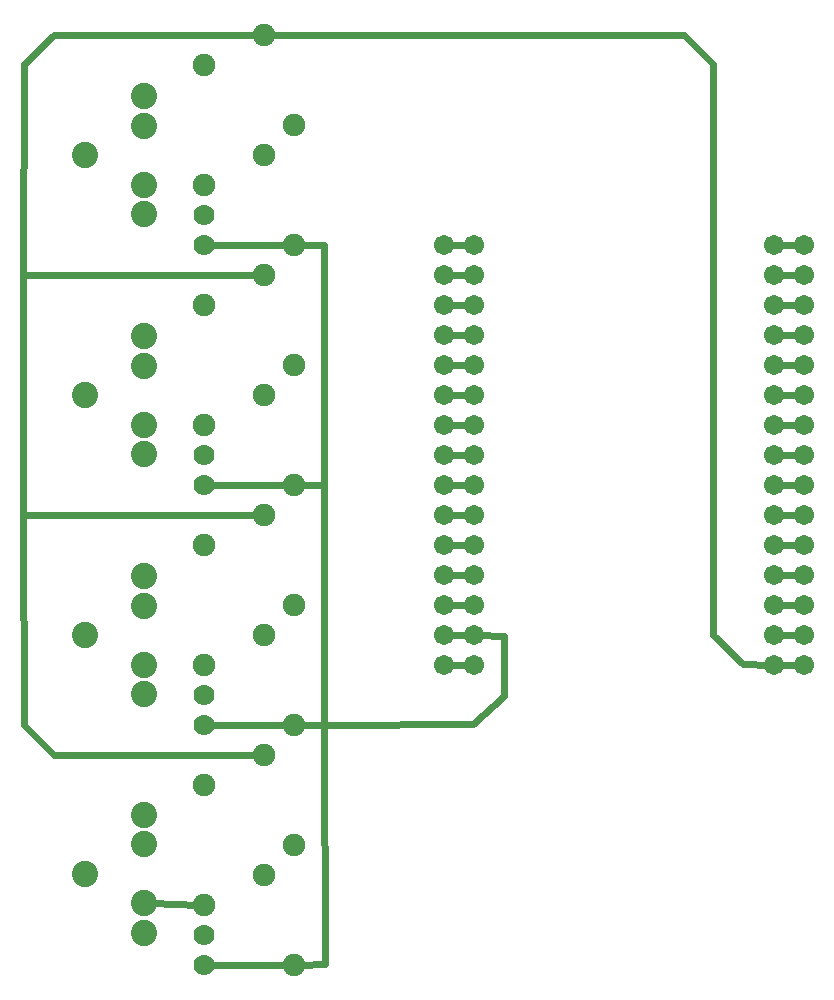
<source format=gtl>
G04 MADE WITH FRITZING*
G04 WWW.FRITZING.ORG*
G04 DOUBLE SIDED*
G04 HOLES PLATED*
G04 CONTOUR ON CENTER OF CONTOUR VECTOR*
%ASAXBY*%
%FSLAX23Y23*%
%MOIN*%
%OFA0B0*%
%SFA1.0B1.0*%
%ADD10C,0.087695*%
%ADD11C,0.087722*%
%ADD12C,0.070000*%
%ADD13C,0.075000*%
%ADD14C,0.067559*%
%ADD15C,0.024000*%
%LNCOPPER1*%
G90*
G70*
G54D10*
X337Y2014D03*
G54D11*
X534Y2211D03*
X534Y2112D03*
G54D10*
X534Y1915D03*
G54D11*
X534Y1817D03*
G54D10*
X337Y1214D03*
G54D11*
X534Y1411D03*
X534Y1312D03*
G54D10*
X534Y1115D03*
G54D11*
X534Y1017D03*
G54D10*
X337Y2814D03*
G54D11*
X534Y3011D03*
X534Y2912D03*
G54D10*
X534Y2715D03*
G54D11*
X534Y2617D03*
G54D12*
X734Y1715D03*
X734Y1815D03*
X734Y915D03*
X734Y1015D03*
X734Y2515D03*
X734Y2615D03*
G54D13*
X734Y2315D03*
X734Y1915D03*
X734Y1515D03*
X734Y1115D03*
X734Y3115D03*
X734Y2715D03*
X934Y2415D03*
X934Y2015D03*
X934Y1615D03*
X934Y1215D03*
X934Y3215D03*
X934Y2815D03*
X1034Y1715D03*
X1034Y2115D03*
X1034Y915D03*
X1034Y1315D03*
X1034Y2515D03*
X1034Y2915D03*
G54D14*
X2634Y2515D03*
X2634Y2415D03*
X2634Y2315D03*
X2634Y2215D03*
X2634Y2115D03*
X2634Y2015D03*
X2634Y1915D03*
X2634Y1815D03*
X2634Y1715D03*
X2634Y1615D03*
X2634Y1515D03*
X2634Y1415D03*
X2634Y1315D03*
X2634Y1215D03*
X2634Y1115D03*
X1634Y2515D03*
X1634Y2415D03*
X1634Y2315D03*
X1634Y2215D03*
X1634Y2115D03*
X1634Y2015D03*
X1634Y1915D03*
X1634Y1815D03*
X1634Y1715D03*
X1634Y1615D03*
X1634Y1515D03*
X1634Y1415D03*
X1634Y1315D03*
X1634Y1215D03*
X1634Y1115D03*
X2734Y2515D03*
X2734Y2415D03*
X2734Y2315D03*
X2734Y2215D03*
X2734Y2115D03*
X2734Y2015D03*
X2734Y1915D03*
X2734Y1815D03*
X2734Y1715D03*
X2734Y1615D03*
X2734Y1515D03*
X2734Y1415D03*
X2734Y1315D03*
X2734Y1215D03*
X2734Y1115D03*
X1534Y2515D03*
X1534Y2415D03*
X1534Y2315D03*
X1534Y2215D03*
X1534Y2115D03*
X1534Y2015D03*
X1534Y1915D03*
X1534Y1815D03*
X1534Y1715D03*
X1534Y1615D03*
X1534Y1515D03*
X1534Y1415D03*
X1534Y1315D03*
X1534Y1215D03*
X1534Y1115D03*
G54D10*
X337Y419D03*
G54D11*
X534Y615D03*
X534Y517D03*
G54D10*
X534Y320D03*
G54D11*
X534Y222D03*
G54D13*
X734Y715D03*
X734Y315D03*
G54D12*
X734Y115D03*
X734Y215D03*
G54D13*
X934Y815D03*
X934Y415D03*
X1034Y115D03*
X1034Y515D03*
G54D15*
X2433Y1215D02*
X2531Y1118D01*
D02*
X2433Y3117D02*
X2433Y1215D01*
D02*
X2531Y1118D02*
X2620Y1116D01*
D02*
X2336Y3215D02*
X2433Y3117D01*
D02*
X1735Y1212D02*
X1735Y1013D01*
D02*
X1647Y1215D02*
X1735Y1212D01*
D02*
X1735Y1013D02*
X1631Y918D01*
D02*
X1631Y918D02*
X1137Y914D01*
D02*
X951Y3215D02*
X2336Y3215D01*
D02*
X1547Y2415D02*
X1620Y2415D01*
D02*
X1547Y2515D02*
X1620Y2515D01*
D02*
X1137Y117D02*
X1051Y116D01*
D02*
X1134Y915D02*
X1137Y117D01*
D02*
X1137Y914D02*
X1051Y915D01*
D02*
X1547Y1415D02*
X1620Y1415D01*
D02*
X1547Y1515D02*
X1620Y1515D01*
D02*
X1547Y1615D02*
X1620Y1615D01*
D02*
X1547Y1715D02*
X1620Y1715D01*
D02*
X1547Y1815D02*
X1620Y1815D01*
D02*
X1547Y1915D02*
X1620Y1915D01*
D02*
X1547Y2015D02*
X1620Y2015D01*
D02*
X1547Y2115D02*
X1620Y2115D01*
D02*
X1547Y2215D02*
X1620Y2215D01*
D02*
X1547Y2315D02*
X1620Y2315D01*
D02*
X2720Y1915D02*
X2647Y1915D01*
D02*
X2720Y2015D02*
X2647Y2015D01*
D02*
X2720Y2115D02*
X2647Y2115D01*
D02*
X2720Y2215D02*
X2647Y2215D01*
D02*
X2720Y2315D02*
X2647Y2315D01*
D02*
X2720Y2415D02*
X2647Y2415D01*
D02*
X2720Y2515D02*
X2647Y2515D01*
D02*
X1547Y1115D02*
X1620Y1115D01*
D02*
X1547Y1215D02*
X1620Y1215D01*
D02*
X1547Y1315D02*
X1620Y1315D01*
D02*
X2720Y1115D02*
X2647Y1115D01*
D02*
X2720Y1215D02*
X2647Y1215D01*
D02*
X2720Y1315D02*
X2647Y1315D01*
D02*
X2720Y1415D02*
X2647Y1415D01*
D02*
X2720Y1515D02*
X2647Y1515D01*
D02*
X2720Y1615D02*
X2647Y1615D01*
D02*
X2720Y1715D02*
X2647Y1715D01*
D02*
X2720Y1815D02*
X2647Y1815D01*
D02*
X234Y3215D02*
X916Y3215D01*
D02*
X136Y3117D02*
X234Y3215D01*
D02*
X133Y2416D02*
X136Y3117D01*
D02*
X916Y2415D02*
X133Y2416D01*
D02*
X133Y2416D02*
X916Y2415D01*
D02*
X133Y1616D02*
X133Y2416D01*
D02*
X916Y1615D02*
X133Y1616D01*
D02*
X133Y1616D02*
X134Y915D01*
D02*
X234Y815D02*
X916Y815D01*
D02*
X134Y915D02*
X234Y815D01*
D02*
X916Y1615D02*
X133Y1616D01*
D02*
X1016Y2515D02*
X749Y2515D01*
D02*
X1016Y1715D02*
X749Y1715D01*
D02*
X1016Y915D02*
X749Y915D01*
D02*
X1016Y115D02*
X749Y115D01*
D02*
X1134Y915D02*
X1051Y915D01*
D02*
X1134Y1715D02*
X1134Y915D01*
D02*
X1051Y1715D02*
X1134Y1715D01*
D02*
X1134Y1715D02*
X1134Y2515D01*
D02*
X1134Y2515D02*
X1051Y2515D01*
D02*
X1051Y1715D02*
X1134Y1715D01*
D02*
X716Y316D02*
X560Y320D01*
G04 End of Copper1*
M02*
</source>
